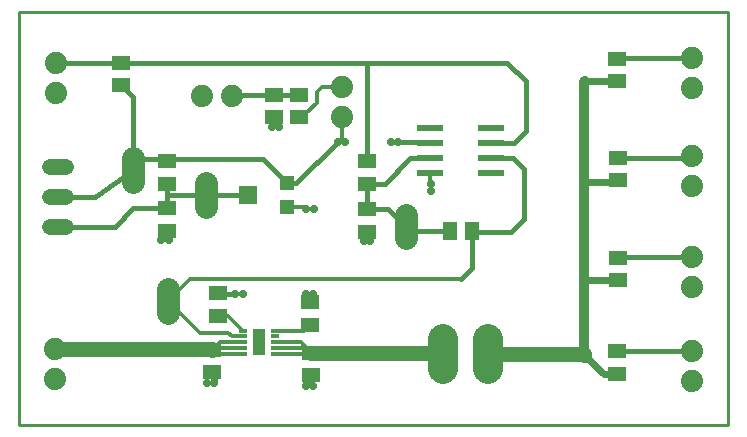
<source format=gtl>
G75*
%MOIN*%
%OFA0B0*%
%FSLAX25Y25*%
%IPPOS*%
%LPD*%
%AMOC8*
5,1,8,0,0,1.08239X$1,22.5*
%
%ADD10C,0.01000*%
%ADD11R,0.05906X0.05118*%
%ADD12R,0.08661X0.02362*%
%ADD13R,0.05118X0.05906*%
%ADD14R,0.02756X0.01200*%
%ADD15R,0.04200X0.08600*%
%ADD16C,0.05200*%
%ADD17R,0.04724X0.04724*%
%ADD18R,0.06299X0.05906*%
%ADD19C,0.07400*%
%ADD20C,0.07800*%
%ADD21C,0.10050*%
%ADD22C,0.02781*%
%ADD23C,0.02400*%
%ADD24C,0.01200*%
%ADD25C,0.01600*%
%ADD26C,0.05000*%
%ADD27C,0.03200*%
D10*
X0003120Y0003962D02*
X0239341Y0003962D01*
X0239341Y0141757D01*
X0003120Y0141757D01*
X0003120Y0003962D01*
D11*
X0067334Y0021505D03*
X0067334Y0028985D03*
X0069262Y0040380D03*
X0069262Y0047860D03*
X0100070Y0044865D03*
X0100070Y0037384D03*
X0100412Y0028089D03*
X0100412Y0020608D03*
X0119095Y0068413D03*
X0119095Y0075893D03*
X0119180Y0084404D03*
X0119180Y0091884D03*
X0096427Y0106521D03*
X0088160Y0106521D03*
X0088160Y0114002D03*
X0096427Y0114002D03*
X0052206Y0091945D03*
X0052206Y0084464D03*
X0052240Y0076219D03*
X0052240Y0068739D03*
X0037061Y0117313D03*
X0037061Y0124794D03*
X0202453Y0126112D03*
X0202453Y0118632D03*
X0202720Y0093056D03*
X0202720Y0085576D03*
X0202607Y0059670D03*
X0202607Y0052189D03*
X0202399Y0028532D03*
X0202399Y0021051D03*
D12*
X0160517Y0087914D03*
X0160517Y0092914D03*
X0160517Y0097914D03*
X0160517Y0102914D03*
X0140044Y0102914D03*
X0140044Y0097914D03*
X0140044Y0092914D03*
X0140044Y0087914D03*
D13*
X0146571Y0068511D03*
X0154052Y0068511D03*
D14*
X0088414Y0035473D03*
X0088414Y0033505D03*
X0088414Y0031536D03*
X0088414Y0029568D03*
X0088414Y0027599D03*
X0077587Y0027599D03*
X0077587Y0029568D03*
X0077587Y0031536D03*
X0077587Y0033505D03*
X0077587Y0035473D03*
D15*
X0083001Y0031536D03*
D16*
X0018600Y0069979D02*
X0013400Y0069979D01*
X0013400Y0079979D02*
X0018600Y0079979D01*
X0018600Y0089979D02*
X0013400Y0089979D01*
D17*
X0092447Y0084502D03*
X0092447Y0076628D03*
D18*
X0079356Y0080565D03*
D19*
X0110601Y0106718D03*
X0110601Y0116718D03*
X0073986Y0113805D03*
X0063986Y0113805D03*
X0015327Y0114786D03*
X0015327Y0124786D03*
X0014931Y0029317D03*
X0014931Y0019317D03*
X0227401Y0018613D03*
X0227401Y0028613D03*
X0227386Y0050137D03*
X0227386Y0060137D03*
X0227398Y0083640D03*
X0227398Y0093640D03*
X0227291Y0116399D03*
X0227291Y0126399D03*
D20*
X0131860Y0074004D02*
X0131860Y0066204D01*
X0065490Y0076798D02*
X0065490Y0084598D01*
X0040916Y0085102D02*
X0040916Y0092902D01*
X0052727Y0049201D02*
X0052727Y0041401D01*
D21*
X0144439Y0032609D02*
X0144439Y0022559D01*
X0159439Y0022559D02*
X0159439Y0032609D01*
D22*
X0120111Y0065426D03*
X0117872Y0065440D03*
X0101214Y0076056D03*
X0098851Y0076056D03*
X0109420Y0098450D03*
X0111782Y0098450D03*
X0127136Y0098450D03*
X0129498Y0098450D03*
X0140190Y0084323D03*
X0140190Y0081961D03*
X0089727Y0103400D03*
X0087365Y0103400D03*
X0053113Y0065605D03*
X0050480Y0065554D03*
X0075168Y0047663D03*
X0077530Y0047663D03*
X0082917Y0033873D03*
X0082917Y0031511D03*
X0082917Y0029149D03*
X0068081Y0018135D03*
X0065719Y0018135D03*
X0098790Y0016954D03*
X0101152Y0016954D03*
X0101152Y0047663D03*
X0098790Y0047663D03*
D23*
X0100070Y0046581D02*
X0100070Y0044865D01*
X0100070Y0046581D02*
X0101152Y0047663D01*
X0117872Y0065440D02*
X0119095Y0066663D01*
X0119095Y0068413D01*
X0053113Y0067866D02*
X0053113Y0065605D01*
X0053113Y0067866D02*
X0052240Y0068739D01*
X0067334Y0021505D02*
X0068081Y0020758D01*
X0068081Y0018135D01*
X0098790Y0018986D02*
X0098790Y0016954D01*
X0099915Y0018191D02*
X0099915Y0019658D01*
X0100412Y0020608D02*
X0098790Y0018986D01*
X0099915Y0018191D02*
X0101152Y0016954D01*
X0191500Y0027459D02*
X0197908Y0021051D01*
X0202399Y0021051D01*
X0202607Y0052189D02*
X0191612Y0052189D01*
X0191500Y0052078D01*
X0191901Y0085090D02*
X0191500Y0085491D01*
X0191901Y0085090D02*
X0201798Y0085090D01*
X0202284Y0085576D01*
X0202720Y0085576D01*
X0202324Y0118503D02*
X0191644Y0118503D01*
X0202324Y0118503D02*
X0202453Y0118632D01*
D24*
X0140044Y0087914D02*
X0140044Y0084469D01*
X0140190Y0084323D01*
X0110601Y0099631D02*
X0109420Y0098450D01*
X0110601Y0099631D02*
X0110601Y0106718D01*
X0102333Y0111443D02*
X0098790Y0107899D01*
X0097805Y0107899D01*
X0096427Y0106521D01*
X0102333Y0111443D02*
X0102333Y0114986D01*
X0104065Y0116718D01*
X0110601Y0116718D01*
X0098279Y0076628D02*
X0092447Y0076628D01*
X0098279Y0076628D02*
X0098851Y0076056D01*
X0060105Y0052679D02*
X0052727Y0045301D01*
X0063357Y0034671D01*
X0072805Y0034671D01*
X0073971Y0033505D01*
X0077587Y0033505D01*
X0077587Y0035473D02*
X0072681Y0040380D01*
X0069262Y0040380D01*
X0069885Y0031536D02*
X0067334Y0028985D01*
X0068720Y0027599D01*
X0077587Y0027599D01*
X0077587Y0029568D02*
X0067917Y0029568D01*
X0067334Y0028985D01*
X0069885Y0031536D02*
X0077587Y0031536D01*
X0088414Y0031536D02*
X0096965Y0031536D01*
X0100412Y0028089D01*
X0099923Y0027599D01*
X0088414Y0027599D01*
X0088414Y0029568D02*
X0098933Y0029568D01*
X0100412Y0028089D01*
X0098159Y0035473D02*
X0088414Y0035473D01*
X0098159Y0035473D02*
X0100070Y0037384D01*
X0060105Y0052679D02*
X0150269Y0052679D01*
D25*
X0154052Y0056462D01*
X0154052Y0068511D01*
X0154108Y0068454D01*
X0167062Y0068454D01*
X0171330Y0072722D01*
X0171330Y0089333D01*
X0167748Y0092914D01*
X0160517Y0092914D01*
X0160519Y0097912D02*
X0160517Y0097914D01*
X0160519Y0097912D02*
X0167975Y0097912D01*
X0172018Y0101954D01*
X0172018Y0118529D01*
X0165754Y0124794D01*
X0119577Y0124794D01*
X0119180Y0124396D01*
X0119180Y0091884D01*
X0119180Y0084404D02*
X0119180Y0075978D01*
X0119095Y0075893D01*
X0126071Y0075893D01*
X0131860Y0070104D01*
X0133454Y0068511D01*
X0146571Y0068511D01*
X0124928Y0084404D02*
X0133383Y0092859D01*
X0139989Y0092859D01*
X0140044Y0092914D01*
X0140044Y0097914D02*
X0139508Y0098450D01*
X0129498Y0098450D01*
X0127136Y0098450D01*
X0109420Y0098450D02*
X0095472Y0084502D01*
X0092447Y0084502D01*
X0084404Y0092545D01*
X0053908Y0092545D01*
X0053308Y0091945D01*
X0052206Y0091945D01*
X0053908Y0092545D02*
X0040916Y0092545D01*
X0040916Y0089002D01*
X0040916Y0113459D01*
X0037061Y0117313D01*
X0037061Y0124786D02*
X0037061Y0124794D01*
X0119577Y0124794D01*
X0096427Y0114002D02*
X0074183Y0114002D01*
X0073986Y0113805D01*
X0088160Y0114002D02*
X0096427Y0114002D01*
X0088160Y0106521D02*
X0088160Y0104195D01*
X0087365Y0103400D01*
X0119180Y0084404D02*
X0124928Y0084404D01*
X0079356Y0080565D02*
X0079224Y0080698D01*
X0065490Y0080698D01*
X0065357Y0080565D01*
X0052596Y0080565D01*
X0052206Y0080956D01*
X0052206Y0076253D01*
X0041159Y0076253D01*
X0035010Y0070104D01*
X0016125Y0070104D01*
X0016000Y0069979D01*
X0016000Y0079979D02*
X0028350Y0079979D01*
X0040916Y0089002D01*
X0052206Y0084464D02*
X0052206Y0080956D01*
X0052206Y0076253D02*
X0052240Y0076219D01*
X0069262Y0047860D02*
X0069459Y0047663D01*
X0075168Y0047663D01*
X0037061Y0124786D02*
X0015327Y0124786D01*
X0202453Y0126112D02*
X0203921Y0126399D01*
X0227291Y0126399D01*
X0227398Y0093640D02*
X0226814Y0093056D01*
X0202720Y0093056D01*
X0203075Y0060137D02*
X0227386Y0060137D01*
X0203075Y0060137D02*
X0202607Y0059670D01*
X0202399Y0028532D02*
X0227320Y0028532D01*
X0227401Y0028613D01*
D26*
X0191500Y0027459D02*
X0191389Y0027571D01*
X0190943Y0027571D01*
X0190930Y0027584D01*
X0159439Y0027584D01*
X0144439Y0027584D02*
X0143935Y0028089D01*
X0100412Y0028089D01*
X0067334Y0028985D02*
X0067334Y0029317D01*
X0014931Y0029317D01*
D27*
X0191500Y0027459D02*
X0191500Y0052078D01*
X0191500Y0085491D01*
X0191500Y0118360D01*
X0191644Y0118503D01*
M02*

</source>
